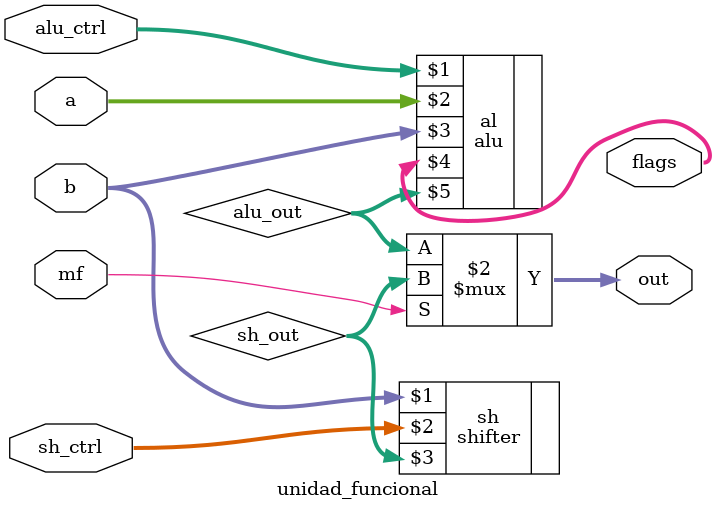
<source format=sv>
module unidad_funcional(input logic [3:0]a,
								input logic [3:0]b,
								input logic [3:0]alu_ctrl,
								input logic [3:0]sh_ctrl,
								input logic mf,
								output logic [3:0]flags,
								output logic [3:0]out);
	logic [3:0]alu_out, sh_out;
	alu al(alu_ctrl, a, b, flags, alu_out);
	shifter sh(b, sh_ctrl, sh_out);
	always_comb begin
		out = mf ? sh_out : alu_out;
	end
endmodule
</source>
